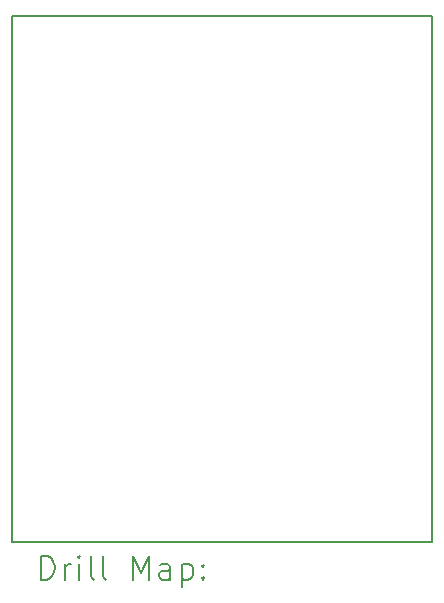
<source format=gbr>
%TF.GenerationSoftware,KiCad,Pcbnew,(6.0.7-1)-1*%
%TF.CreationDate,2022-08-20T15:23:22+08:00*%
%TF.ProjectId,VNH5050A (test),564e4835-3035-4304-9120-287465737429,rev?*%
%TF.SameCoordinates,Original*%
%TF.FileFunction,Drillmap*%
%TF.FilePolarity,Positive*%
%FSLAX45Y45*%
G04 Gerber Fmt 4.5, Leading zero omitted, Abs format (unit mm)*
G04 Created by KiCad (PCBNEW (6.0.7-1)-1) date 2022-08-20 15:23:22*
%MOMM*%
%LPD*%
G01*
G04 APERTURE LIST*
%ADD10C,0.200000*%
G04 APERTURE END LIST*
D10*
X14048740Y-7747000D02*
X17610740Y-7747000D01*
X17610740Y-7747000D02*
X17610740Y-12201000D01*
X17610740Y-12201000D02*
X14048740Y-12201000D01*
X14048740Y-12201000D02*
X14048740Y-7747000D01*
X14296359Y-12521476D02*
X14296359Y-12321476D01*
X14343978Y-12321476D01*
X14372549Y-12331000D01*
X14391597Y-12350048D01*
X14401121Y-12369095D01*
X14410645Y-12407190D01*
X14410645Y-12435762D01*
X14401121Y-12473857D01*
X14391597Y-12492905D01*
X14372549Y-12511952D01*
X14343978Y-12521476D01*
X14296359Y-12521476D01*
X14496359Y-12521476D02*
X14496359Y-12388143D01*
X14496359Y-12426238D02*
X14505883Y-12407190D01*
X14515407Y-12397667D01*
X14534454Y-12388143D01*
X14553502Y-12388143D01*
X14620168Y-12521476D02*
X14620168Y-12388143D01*
X14620168Y-12321476D02*
X14610645Y-12331000D01*
X14620168Y-12340524D01*
X14629692Y-12331000D01*
X14620168Y-12321476D01*
X14620168Y-12340524D01*
X14743978Y-12521476D02*
X14724930Y-12511952D01*
X14715407Y-12492905D01*
X14715407Y-12321476D01*
X14848740Y-12521476D02*
X14829692Y-12511952D01*
X14820168Y-12492905D01*
X14820168Y-12321476D01*
X15077311Y-12521476D02*
X15077311Y-12321476D01*
X15143978Y-12464333D01*
X15210645Y-12321476D01*
X15210645Y-12521476D01*
X15391597Y-12521476D02*
X15391597Y-12416714D01*
X15382073Y-12397667D01*
X15363026Y-12388143D01*
X15324930Y-12388143D01*
X15305883Y-12397667D01*
X15391597Y-12511952D02*
X15372549Y-12521476D01*
X15324930Y-12521476D01*
X15305883Y-12511952D01*
X15296359Y-12492905D01*
X15296359Y-12473857D01*
X15305883Y-12454809D01*
X15324930Y-12445286D01*
X15372549Y-12445286D01*
X15391597Y-12435762D01*
X15486835Y-12388143D02*
X15486835Y-12588143D01*
X15486835Y-12397667D02*
X15505883Y-12388143D01*
X15543978Y-12388143D01*
X15563026Y-12397667D01*
X15572549Y-12407190D01*
X15582073Y-12426238D01*
X15582073Y-12483381D01*
X15572549Y-12502428D01*
X15563026Y-12511952D01*
X15543978Y-12521476D01*
X15505883Y-12521476D01*
X15486835Y-12511952D01*
X15667788Y-12502428D02*
X15677311Y-12511952D01*
X15667788Y-12521476D01*
X15658264Y-12511952D01*
X15667788Y-12502428D01*
X15667788Y-12521476D01*
X15667788Y-12397667D02*
X15677311Y-12407190D01*
X15667788Y-12416714D01*
X15658264Y-12407190D01*
X15667788Y-12397667D01*
X15667788Y-12416714D01*
M02*

</source>
